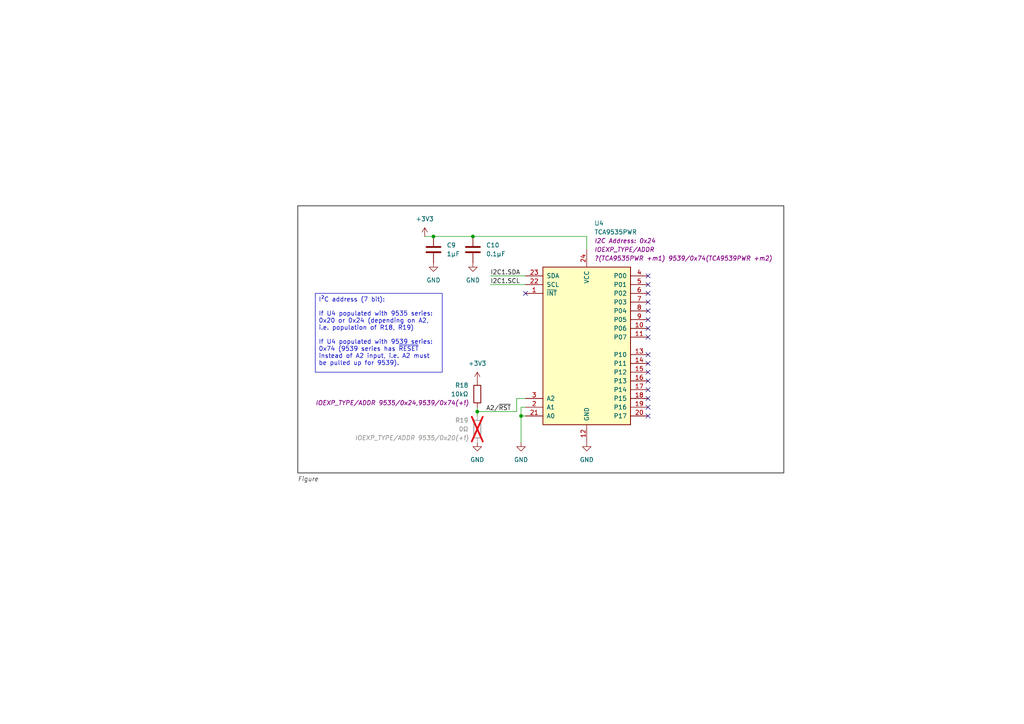
<source format=kicad_sch>
(kicad_sch (version 20231120) (generator "eeschema") (generator_version "8.0")
  (paper "A4")
  (title_block (title "KiVar Demo") (date "2024-09-16") (rev "0.4.0") (company "Author: Mark Hämmerling <dev@markh.de>") (comment 1 "https://github.com/markh-de/KiVar") (comment 4 "IC Type and Address Selection"))
  (lib_symbols
    (symbol "Device:C" (pin_numbers hide) (pin_names (offset 0.254))
      (property "Reference" "C" (at 0.635 2.54 0))
      (property "Value" "C" (at 0.635 -2.54 0))
      (symbol "C_0_1"
        (polyline (pts (xy -2.032 -0.762) (xy 2.032 -0.762)) (stroke (width 0.508)))
        (polyline (pts (xy -2.032 0.762) (xy 2.032 0.762)) (stroke (width 0.508)))
      )
      (symbol "C_1_1"
        (pin passive line (at 0 3.81 270) (length 2.794) (name "~") (number "1"))
        (pin passive line (at 0 -3.81 90) (length 2.794) (name "~") (number "2"))
      )
    )
    (symbol "Device:R" (pin_numbers hide) (pin_names (offset 0))
      (property "Reference" "R" (at 2.032 0 90))
      (property "Value" "R" (at 0 0 90))
      (symbol "R_0_1"
        (rectangle (start -1.016 -2.54) (end 1.016 2.54) (stroke (width 0.254)))
      )
      (symbol "R_1_1"
        (pin passive line (at 0 3.81 270) (length 1.27) (name "~") (number "1"))
        (pin passive line (at 0 -3.81 90) (length 1.27) (name "~") (number "2"))
      )
    )
    (symbol "Interface_Expansion:TCA9535PWR" (pin_names (offset 1.016))
      (property "Reference" "U" (at -11.43 24.13 0))
      (property "Value" "TCA9535PWR" (at 0 0 0))
      (symbol "TCA9535PWR_0_1"
        (rectangle (start -12.7 22.86) (end 12.7 -22.86) (stroke (width 0.254)) (fill (type background)))
      )
      (symbol "TCA9535PWR_1_1"
        (pin open_collector line (at -17.78 15.24 0) (length 5.08) (name "~{INT}") (number "1"))
        (pin bidirectional line (at 17.78 5.08 180) (length 5.08) (name "P06") (number "10"))
        (pin bidirectional line (at 17.78 2.54 180) (length 5.08) (name "P07") (number "11"))
        (pin power_in line (at 0 -27.94 90) (length 5.08) (name "GND") (number "12"))
        (pin bidirectional line (at 17.78 -2.54 180) (length 5.08) (name "P10") (number "13"))
        (pin bidirectional line (at 17.78 -5.08 180) (length 5.08) (name "P11") (number "14"))
        (pin bidirectional line (at 17.78 -7.62 180) (length 5.08) (name "P12") (number "15"))
        (pin bidirectional line (at 17.78 -10.16 180) (length 5.08) (name "P13") (number "16"))
        (pin bidirectional line (at 17.78 -12.7 180) (length 5.08) (name "P14") (number "17"))
        (pin bidirectional line (at 17.78 -15.24 180) (length 5.08) (name "P15") (number "18"))
        (pin bidirectional line (at 17.78 -17.78 180) (length 5.08) (name "P16") (number "19"))
        (pin input line (at -17.78 -17.78 0) (length 5.08) (name "A1") (number "2"))
        (pin bidirectional line (at 17.78 -20.32 180) (length 5.08) (name "P17") (number "20"))
        (pin input line (at -17.78 -20.32 0) (length 5.08) (name "A0") (number "21"))
        (pin input line (at -17.78 17.78 0) (length 5.08) (name "SCL") (number "22"))
        (pin bidirectional line (at -17.78 20.32 0) (length 5.08) (name "SDA") (number "23"))
        (pin power_in line (at 0 27.94 270) (length 5.08) (name "VCC") (number "24"))
        (pin input line (at -17.78 -15.24 0) (length 5.08) (name "A2") (number "3"))
        (pin bidirectional line (at 17.78 20.32 180) (length 5.08) (name "P00") (number "4"))
        (pin bidirectional line (at 17.78 17.78 180) (length 5.08) (name "P01") (number "5"))
        (pin bidirectional line (at 17.78 15.24 180) (length 5.08) (name "P02") (number "6"))
        (pin bidirectional line (at 17.78 12.7 180) (length 5.08) (name "P03") (number "7"))
        (pin bidirectional line (at 17.78 10.16 180) (length 5.08) (name "P04") (number "8"))
        (pin bidirectional line (at 17.78 7.62 180) (length 5.08) (name "P05") (number "9"))
      )
    )
    (symbol "power:+3V3" (power) (pin_numbers hide) (pin_names (offset 0) hide)
      (property "Value" "+3V3" (at 0 3.556 0))
      (symbol "+3V3_0_1"
        (polyline (pts (xy -0.762 1.27) (xy 0 2.54)))
        (polyline (pts (xy 0 0) (xy 0 2.54)))
        (polyline (pts (xy 0 2.54) (xy 0.762 1.27)))
      )
      (symbol "+3V3_1_1"
        (pin power_in line (at 0 0 90) (length 0) (name "~") (number "1"))
      )
    )
    (symbol "power:GND" (power) (pin_names (offset 0))
      (property "Value" "GND" (at 0 -3.81 0))
      (symbol "GND_0_1"
        (polyline (pts (xy 0 0) (xy 0 -1.27) (xy 1.27 -1.27) (xy 0 -2.54) (xy -1.27 -1.27) (xy 0 -1.27)))
      )
      (symbol "GND_1_1"
        (pin power_in line (at 0 0 270) (length 0) hide (name "GND") (number "1"))
      )
    )
  )
  (junction (at 125.73 68.58))
  (junction (at 137.16 68.58))
  (junction (at 138.43 119.38))
  (junction (at 151.13 120.65))
  (no_connect (at 187.96 97.79))
  (no_connect (at 187.96 95.25))
  (no_connect (at 187.96 105.41))
  (no_connect (at 187.96 120.65))
  (no_connect (at 187.96 90.17))
  (no_connect (at 187.96 110.49))
  (no_connect (at 187.96 115.57))
  (no_connect (at 187.96 118.11))
  (no_connect (at 187.96 82.55))
  (no_connect (at 187.96 85.09))
  (no_connect (at 187.96 113.03))
  (no_connect (at 187.96 102.87))
  (no_connect (at 187.96 92.71))
  (no_connect (at 187.96 80.01))
  (no_connect (at 187.96 107.95))
  (no_connect (at 187.96 87.63))
  (no_connect (at 152.4 85.09))
  (wire (pts (xy 151.13 118.11) (xy 151.13 120.65)))
  (wire (pts (xy 123.19 68.58) (xy 125.73 68.58)))
  (wire (pts (xy 142.24 80.01) (xy 152.4 80.01)))
  (wire (pts (xy 170.18 68.58) (xy 170.18 72.39)))
  (wire (pts (xy 137.16 68.58) (xy 125.73 68.58)))
  (wire (pts (xy 152.4 118.11) (xy 151.13 118.11)))
  (wire (pts (xy 138.43 119.38) (xy 138.43 120.65)))
  (wire (pts (xy 152.4 120.65) (xy 151.13 120.65)))
  (wire (pts (xy 151.13 120.65) (xy 151.13 128.27)))
  (wire (pts (xy 138.43 119.38) (xy 149.86 119.38)))
  (wire (pts (xy 138.43 118.11) (xy 138.43 119.38)))
  (wire (pts (xy 170.18 68.58) (xy 137.16 68.58)))
  (wire (pts (xy 149.86 119.38) (xy 149.86 115.57)))
  (wire (pts (xy 149.86 115.57) (xy 152.4 115.57)))
  (wire (pts (xy 142.24 82.55) (xy 152.4 82.55)))
  (rectangle (start 86.36 59.69) (end 227.33 137.16) (stroke (width 0.254) (color 72 72 72 1)))
  (text_box "I²C address (7 bit):\n\nIf ${3b9e0524-a02f-4202-b853-f7382c4f7196:REFERENCE} populated with 9535 series:\n0x20 or 0x24 (depending on A2, i.e. population of ${0dcdb367-4337-40e6-a708-4f58579aebef:REFERENCE}, ${de30442e-e974-4637-b9c5-51297c7aa674:REFERENCE})\n\nIf ${3b9e0524-a02f-4202-b853-f7382c4f7196:REFERENCE} populated with 9539 series:\n0x74 (9539 series has ~{RESET} instead of A2 input, i.e. A2 must be pulled up for 9539)." (at 91.44 85.09 0) (size 36.83 22.86) (effects (font (size 1.27 1.27)) (justify left top)))
  (text "Figure" (at 86.36 138.43 0) (effects (font (size 1.27 1.27) (italic yes)) (justify left top)))
  (label "A2{slash}~{RST}" (at 140.97 119.38 0))
  (label "I2C1.SCL" (at 142.24 82.55 0))
  (label "I2C1.SDA" (at 142.24 80.01 0))
  (symbol (lib_id "power:GND") (at 125.73 76.2 0) (unit 1)
    (property "Reference" "#PWR025" (effects (hide yes)))
    (property "Value" "GND" (at 125.73 81.28 0))
  )
  (symbol (lib_id "Device:R") (at 138.43 114.3 0) (mirror x) (unit 1)
    (property "Reference" "R18" (at 135.89 111.7599 0) (effects (justify right)))
    (property "Value" "10kΩ" (at 135.89 114.2999 0) (effects (justify right)))
    (property "Footprint" "Resistor_SMD:R_0402_1005Metric" (effects (hide yes)))
    (property "Var" "IOEXP_TYPE/ADDR 9535/0x24,9539/0x74(+!)" (at 135.89 116.8399 0) (effects (font (italic yes)) (justify right)))
  )
  (symbol (lib_id "power:+3V3") (at 138.43 110.49 0) (unit 1)
    (property "Reference" "#PWR027" (effects (hide yes)))
    (property "Value" "+3V3" (at 138.43 105.41 0))
    (property "Description" "Power symbol creates a global label with name \"+3V3\"" (effects (hide yes)))
  )
  (symbol (lib_id "power:GND") (at 170.18 128.27 0) (unit 1)
    (property "Reference" "#PWR030" (effects (hide yes)))
    (property "Value" "GND" (at 170.18 133.35 0))
  )
  (symbol (lib_id "Interface_Expansion:TCA9535PWR") (at 170.18 100.33 0) (unit 1)
    (property "Reference" "U4" (at 172.3741 64.77 0) (effects (justify left)))
    (property "Value" "TCA9535PWR" (at 172.3741 67.31 0) (effects (justify left)))
    (property "Footprint" "Package_SO:TSSOP-24_4.4x7.8mm_P0.65mm" (effects (hide yes)))
    (property "Datasheet" "http://www.ti.com/lit/ds/symlink/tca9535.pdf" (effects (hide yes)))
    (property "Manufacturer" "Texas Instruments" (effects (hide yes)))
    (property "MPN" "TCA9535PWR" (effects (hide yes)))
    (property "I2C Address" "0x24" (at 172.3741 69.85 0) (show_name yes) (effects (font (italic yes)) (justify left)))
    (property "Var.Aspect" "IOEXP_TYPE/ADDR" (at 172.3741 72.39 0) (effects (font (italic yes)) (justify left)))
    (property "Var" "?(TCA9535PWR +m1) 9539/0x74(TCA9539PWR +m2)" (at 172.3741 74.93 0) (effects (font (italic yes)) (justify left)))
    (property "Datasheet.Var(*)" "http://www.ti.com/lit/ds/symlink/tca9535.pdf" (effects (hide yes)))
    (property "Datasheet.Var(9539/0x74)" "http://www.ti.com/lit/ds/symlink/tca9539.pdf" (effects (hide yes)))
    (property "MPN.Var(*)" "TCA9535PWR" (effects (hide yes)))
    (property "MPN.Var(9539/0x74)" "TCA9539PWR" (effects (hide yes)))
    (property "I2C Address.Var" "9535/0x20(0x20) 9535/0x24(0x24) 9539/0x74(0x74)" (effects (hide yes)))
    (property "VarID" "24" (effects (hide yes)))
    (property "VarID.Var" "9535/0x20(20) 9535/0x24(24) 9539/0x74(74)" (effects (hide yes)))
  )
  (symbol (lib_id "Device:C") (at 137.16 72.39 0) (unit 1)
    (property "Reference" "C10" (at 140.97 71.1199 0) (effects (justify left)))
    (property "Value" "0.1µF" (at 140.97 73.6599 0) (effects (justify left)))
    (property "Footprint" "Capacitor_SMD:C_0402_1005Metric" (effects (hide yes)))
  )
  (symbol (lib_id "power:GND") (at 137.16 76.2 0) (unit 1)
    (property "Reference" "#PWR026" (effects (hide yes)))
    (property "Value" "GND" (at 137.16 81.28 0))
  )
  (symbol (lib_id "power:+3V3") (at 123.19 68.58 0) (unit 1)
    (property "Reference" "#PWR022" (effects (hide yes)))
    (property "Value" "+3V3" (at 123.19 63.5 0))
    (property "Description" "Power symbol creates a global label with name \"+3V3\"" (effects (hide yes)))
  )
  (symbol (lib_id "power:GND") (at 138.43 128.27 0) (unit 1)
    (property "Reference" "#PWR028" (effects (hide yes)))
    (property "Value" "GND" (at 138.43 133.35 0))
  )
  (symbol (lib_id "Device:C") (at 125.73 72.39 0) (unit 1)
    (property "Reference" "C9" (at 129.54 71.1199 0) (effects (justify left)))
    (property "Value" "1µF" (at 129.54 73.6599 0) (effects (justify left)))
    (property "Footprint" "Capacitor_SMD:C_0603_1608Metric" (effects (hide yes)))
  )
  (symbol (lib_id "Device:R") (at 138.43 124.46 0) (mirror x) (unit 1) (in_bom no) (dnp yes)
    (property "Reference" "R19" (at 135.89 121.9199 0) (effects (justify right)))
    (property "Value" "0Ω" (at 135.89 124.4599 0) (effects (justify right)))
    (property "Footprint" "Resistor_SMD:R_0402_1005Metric" (effects (hide yes)))
    (property "Var" "IOEXP_TYPE/ADDR 9535/0x20(+!)" (at 135.89 126.9999 0) (effects (font (italic yes)) (justify right)))
  )
  (symbol (lib_id "power:GND") (at 151.13 128.27 0) (unit 1)
    (property "Reference" "#PWR029" (effects (hide yes)))
    (property "Value" "GND" (at 151.13 133.35 0))
  )
)
</source>
